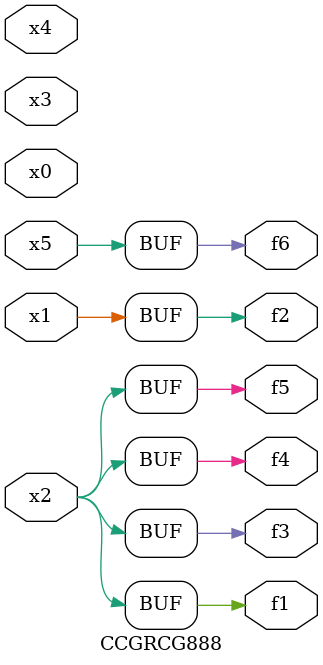
<source format=v>
module CCGRCG888(
	input x0, x1, x2, x3, x4, x5,
	output f1, f2, f3, f4, f5, f6
);
	assign f1 = x2;
	assign f2 = x1;
	assign f3 = x2;
	assign f4 = x2;
	assign f5 = x2;
	assign f6 = x5;
endmodule

</source>
